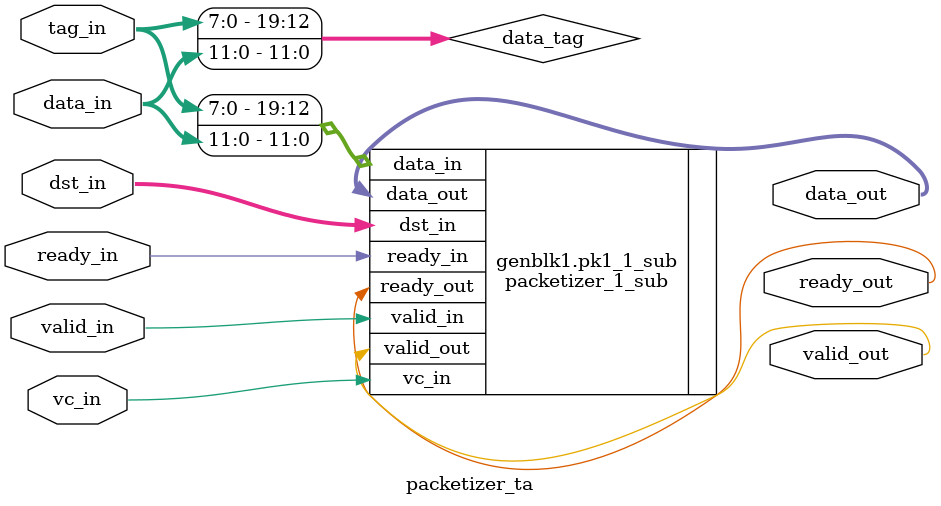
<source format=sv>
/*
 * function : take a data word/dest and insert proper packet and flit headers and also return dest and vc. Also takes tag from slave dest appender and appends it to data
 * author   : Mohamed S. Abdelfattah
 * date     : 13-OCT-2015
 */

module packetizer_ta
#(
	parameter ADDRESS_WIDTH = 4,
	parameter VC_ADDRESS_WIDTH = 1,
	parameter WIDTH_IN  = 12,
	//parameter WIDTH_OUT = ((WIDTH_IN + 3*4 + ADDRESS_WIDTH + 4*VC_ADDRESS_WIDTH + 3)/4) * 4 
	parameter WIDTH_OUT = 36,
    parameter PACKETIZER_WIDTH = 1,
    parameter WIDTH_TAG = 8
)
(
	//input port
	input    [WIDTH_IN-1:0]      data_in,
	input                        valid_in,
	input  [  ADDRESS_WIDTH-1:0] dst_in,
	input [VC_ADDRESS_WIDTH-1:0] vc_in,
	input        [WIDTH_TAG-1:0] tag_in,
	output                       ready_out,

	//output port
	output [WIDTH_OUT-1:0] data_out,
	output                 valid_out,
	input                  ready_in
);

//-------------------------------------------------------------------------
// Implementation
//-------------------------------------------------------------------------

localparam WIDTH_IN_MOD = WIDTH_IN + WIDTH_TAG;

//synopsys translate off
always @ (*)
    if( (WIDTH_IN_MOD+3+ADDRESS_WIDTH+VC_ADDRESS_WIDTH) > WIDTH_OUT) begin
        $display("PACKETIZER_DA needs to pack %d bits, but only has %d bits",WIDTH_IN_MOD+3+ADDRESS_WIDTH+VC_ADDRESS_WIDTH,WIDTH_OUT);
        $finish(1);
    end
//synopsys translate on

reg [WIDTH_IN_MOD-1:0] data_tag;
assign data_tag = {tag_in,data_in};


//choose the packetizer based on PACKETIZER_WIDTH parameter
generate

if(PACKETIZER_WIDTH == 1)
packetizer_1_sub
#(
    .ADDRESS_WIDTH(ADDRESS_WIDTH),
	.VC_ADDRESS_WIDTH(VC_ADDRESS_WIDTH),
	.WIDTH_IN(WIDTH_IN_MOD),
	.WIDTH_OUT(WIDTH_OUT)
)
pk1_1_sub
(
	.data_in(data_tag),
	.valid_in(valid_in),
	.dst_in(dst_in),
	.vc_in(vc_in),
	.ready_out(ready_out),
	.data_out(data_out),
	.valid_out(valid_out),
	.ready_in(ready_in)
);
else if(PACKETIZER_WIDTH == 2)
packetizer_2_sub
#(
    .ADDRESS_WIDTH(ADDRESS_WIDTH),
	.VC_ADDRESS_WIDTH(VC_ADDRESS_WIDTH),
	.WIDTH_IN(WIDTH_IN_MOD),
	.WIDTH_OUT(WIDTH_OUT)
)
pk1_2_sub
(
	.data_in(data_tag),
	.valid_in(valid_in),
	.dst_in(dst_in),
	.vc_in(vc_in),
	.ready_out(ready_out),
	.data_out(data_out),
	.valid_out(valid_out),
	.ready_in(ready_in)
);
else if(PACKETIZER_WIDTH == 3)
packetizer_3_sub
#(
    .ADDRESS_WIDTH(ADDRESS_WIDTH),
	.VC_ADDRESS_WIDTH(VC_ADDRESS_WIDTH),
	.WIDTH_IN(WIDTH_IN_MOD),
	.WIDTH_OUT(WIDTH_OUT)
)
pk1_3_sub
(
	.data_in(data_tag),
	.valid_in(valid_in),
	.dst_in(dst_in),
	.vc_in(vc_in),
	.ready_out(ready_out),
	.data_out(data_out),
	.valid_out(valid_out),
	.ready_in(ready_in)
);
else if(PACKETIZER_WIDTH == 4)
packetizer_4_sub
#(
    .ADDRESS_WIDTH(ADDRESS_WIDTH),
	.VC_ADDRESS_WIDTH(VC_ADDRESS_WIDTH),
	.WIDTH_IN(WIDTH_IN_MOD),
	.WIDTH_OUT(WIDTH_OUT)
)
pk1_4_sub
(
	.data_in(data_tag),
	.valid_in(valid_in),
	.dst_in(dst_in),
	.vc_in(vc_in),
	.ready_out(ready_out),
	.data_out(data_out),
	.valid_out(valid_out),
	.ready_in(ready_in)
);
endgenerate

endmodule

</source>
